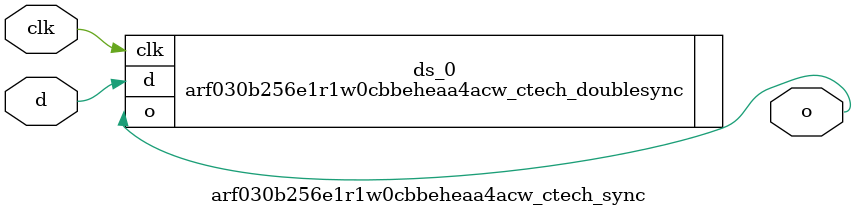
<source format=sv>

`ifndef ARF030B256E1R1W0CBBEHEAA4ACW_CTECH_SYNC_SV
`define ARF030B256E1R1W0CBBEHEAA4ACW_CTECH_SYNC_SV

module arf030b256e1r1w0cbbeheaa4acw_ctech_sync (
  input  logic  clk,
  input  logic  d,

  output logic  o
);

  arf030b256e1r1w0cbbeheaa4acw_ctech_doublesync ds_0 (.o(o), .d(d), .clk(clk));

endmodule // arf030b256e1r1w0cbbeheaa4acw_ctech_sync

`endif // ARF030B256E1R1W0CBBEHEAA4ACW_CTECH_SYNC_SV
</source>
